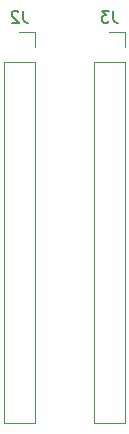
<source format=gbo>
%TF.GenerationSoftware,KiCad,Pcbnew,(6.0.2)*%
%TF.CreationDate,2022-02-16T12:22:25-06:00*%
%TF.ProjectId,BreadboardAdapter26,42726561-6462-46f6-9172-644164617074,rev?*%
%TF.SameCoordinates,Original*%
%TF.FileFunction,Legend,Bot*%
%TF.FilePolarity,Positive*%
%FSLAX46Y46*%
G04 Gerber Fmt 4.6, Leading zero omitted, Abs format (unit mm)*
G04 Created by KiCad (PCBNEW (6.0.2)) date 2022-02-16 12:22:25*
%MOMM*%
%LPD*%
G01*
G04 APERTURE LIST*
%ADD10C,0.150000*%
%ADD11C,0.120000*%
G04 APERTURE END LIST*
D10*
%TO.C,J3*%
X140033333Y-51522380D02*
X140033333Y-52236666D01*
X140080952Y-52379523D01*
X140176190Y-52474761D01*
X140319047Y-52522380D01*
X140414285Y-52522380D01*
X139652380Y-51522380D02*
X139033333Y-51522380D01*
X139366666Y-51903333D01*
X139223809Y-51903333D01*
X139128571Y-51950952D01*
X139080952Y-51998571D01*
X139033333Y-52093809D01*
X139033333Y-52331904D01*
X139080952Y-52427142D01*
X139128571Y-52474761D01*
X139223809Y-52522380D01*
X139509523Y-52522380D01*
X139604761Y-52474761D01*
X139652380Y-52427142D01*
%TO.C,J2*%
X132413333Y-51522380D02*
X132413333Y-52236666D01*
X132460952Y-52379523D01*
X132556190Y-52474761D01*
X132699047Y-52522380D01*
X132794285Y-52522380D01*
X131984761Y-51617619D02*
X131937142Y-51570000D01*
X131841904Y-51522380D01*
X131603809Y-51522380D01*
X131508571Y-51570000D01*
X131460952Y-51617619D01*
X131413333Y-51712857D01*
X131413333Y-51808095D01*
X131460952Y-51950952D01*
X132032380Y-52522380D01*
X131413333Y-52522380D01*
D11*
%TO.C,J3*%
X141030000Y-86420000D02*
X138370000Y-86420000D01*
X138370000Y-55880000D02*
X138370000Y-86420000D01*
X141030000Y-55880000D02*
X141030000Y-86420000D01*
X141030000Y-53280000D02*
X139700000Y-53280000D01*
X141030000Y-55880000D02*
X138370000Y-55880000D01*
X141030000Y-54610000D02*
X141030000Y-53280000D01*
%TO.C,J2*%
X133410000Y-55880000D02*
X133410000Y-86420000D01*
X133410000Y-55880000D02*
X130750000Y-55880000D01*
X133410000Y-86420000D02*
X130750000Y-86420000D01*
X133410000Y-53280000D02*
X132080000Y-53280000D01*
X133410000Y-54610000D02*
X133410000Y-53280000D01*
X130750000Y-55880000D02*
X130750000Y-86420000D01*
%TD*%
M02*

</source>
